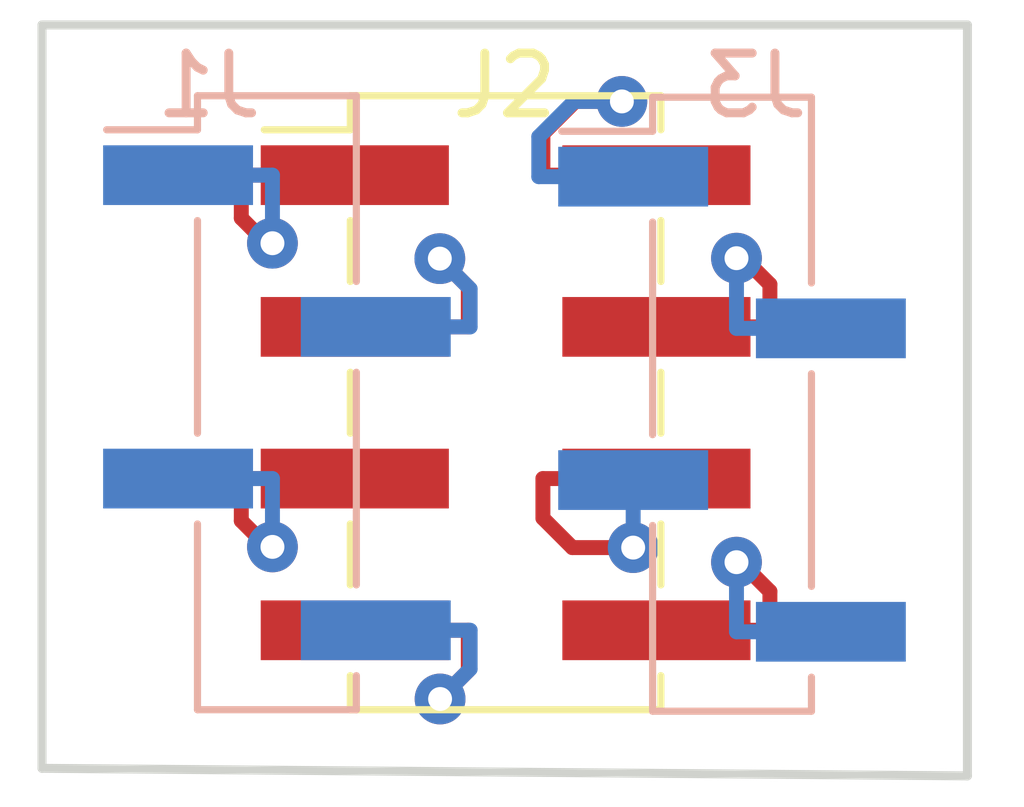
<source format=kicad_pcb>
(kicad_pcb (version 4) (host pcbnew 4.0.7-e2-6376~58~ubuntu16.04.1)

  (general
    (links 8)
    (no_connects 0)
    (area 148.446618 98.186142 165.751382 111.871858)
    (thickness 1.6)
    (drawings 4)
    (tracks 58)
    (zones 0)
    (modules 3)
    (nets 9)
  )

  (page A4)
  (layers
    (0 F.Cu signal)
    (31 B.Cu signal)
    (32 B.Adhes user)
    (33 F.Adhes user)
    (34 B.Paste user)
    (35 F.Paste user)
    (36 B.SilkS user)
    (37 F.SilkS user)
    (38 B.Mask user)
    (39 F.Mask user)
    (40 Dwgs.User user)
    (41 Cmts.User user)
    (42 Eco1.User user)
    (43 Eco2.User user)
    (44 Edge.Cuts user)
    (45 Margin user)
    (46 B.CrtYd user)
    (47 F.CrtYd user)
    (48 B.Fab user)
    (49 F.Fab user)
  )

  (setup
    (last_trace_width 0.25)
    (trace_clearance 0.2)
    (zone_clearance 0.508)
    (zone_45_only no)
    (trace_min 0.2)
    (segment_width 0.2)
    (edge_width 0.15)
    (via_size 0.85)
    (via_drill 0.4)
    (via_min_size 0.4)
    (via_min_drill 0.3)
    (uvia_size 0.3)
    (uvia_drill 0.1)
    (uvias_allowed no)
    (uvia_min_size 0.2)
    (uvia_min_drill 0.1)
    (pcb_text_width 0.3)
    (pcb_text_size 1.5 1.5)
    (mod_edge_width 0.15)
    (mod_text_size 1 1)
    (mod_text_width 0.15)
    (pad_size 1.524 1.524)
    (pad_drill 0.762)
    (pad_to_mask_clearance 0.2)
    (aux_axis_origin 0 0)
    (visible_elements FFFFFF7F)
    (pcbplotparams
      (layerselection 0x010f0_80000001)
      (usegerberextensions true)
      (excludeedgelayer true)
      (linewidth 0.100000)
      (plotframeref false)
      (viasonmask false)
      (mode 1)
      (useauxorigin false)
      (hpglpennumber 1)
      (hpglpenspeed 20)
      (hpglpendiameter 15)
      (hpglpenoverlay 2)
      (psnegative false)
      (psa4output false)
      (plotreference true)
      (plotvalue true)
      (plotinvisibletext false)
      (padsonsilk false)
      (subtractmaskfromsilk false)
      (outputformat 1)
      (mirror false)
      (drillshape 0)
      (scaleselection 1)
      (outputdirectory r_02x04_2.54_gerber/))
  )

  (net 0 "")
  (net 1 "Net-(J1-Pad2)")
  (net 2 "Net-(J1-Pad4)")
  (net 3 "Net-(J1-Pad1)")
  (net 4 "Net-(J1-Pad3)")
  (net 5 "Net-(J2-Pad2)")
  (net 6 "Net-(J2-Pad4)")
  (net 7 "Net-(J2-Pad6)")
  (net 8 "Net-(J2-Pad8)")

  (net_class Default "This is the default net class."
    (clearance 0.2)
    (trace_width 0.25)
    (via_dia 0.85)
    (via_drill 0.4)
    (uvia_dia 0.3)
    (uvia_drill 0.1)
    (add_net "Net-(J1-Pad1)")
    (add_net "Net-(J1-Pad2)")
    (add_net "Net-(J1-Pad3)")
    (add_net "Net-(J1-Pad4)")
    (add_net "Net-(J2-Pad2)")
    (add_net "Net-(J2-Pad4)")
    (add_net "Net-(J2-Pad6)")
    (add_net "Net-(J2-Pad8)")
  )

  (module Pin_Headers:Pin_Header_Straight_1x04_Pitch2.54mm_SMD_Pin1Right (layer B.Cu) (tedit 59650532) (tstamp 5A58E31F)
    (at 153.158 105.004 180)
    (descr "surface-mounted straight pin header, 1x04, 2.54mm pitch, single row, style 2 (pin 1 right)")
    (tags "Surface mounted pin header SMD 1x04 2.54mm single row style2 pin1 right")
    (path /5A4CFF8B)
    (attr smd)
    (fp_text reference J1 (at 1.139 5.3086 180) (layer B.SilkS)
      (effects (font (size 1 1) (thickness 0.15)) (justify mirror))
    )
    (fp_text value Conn_01x04_Odd (at 3.679 -0.2794 270) (layer B.Fab)
      (effects (font (size 1 1) (thickness 0.15)) (justify mirror))
    )
    (fp_line (start 1.27 -5.08) (end -1.27 -5.08) (layer B.Fab) (width 0.1))
    (fp_line (start -1.27 5.08) (end 0.32 5.08) (layer B.Fab) (width 0.1))
    (fp_line (start 1.27 -5.08) (end 1.27 4.13) (layer B.Fab) (width 0.1))
    (fp_line (start 1.27 4.13) (end 0.32 5.08) (layer B.Fab) (width 0.1))
    (fp_line (start -1.27 5.08) (end -1.27 -5.08) (layer B.Fab) (width 0.1))
    (fp_line (start -1.27 1.59) (end -2.54 1.59) (layer B.Fab) (width 0.1))
    (fp_line (start -2.54 1.59) (end -2.54 0.95) (layer B.Fab) (width 0.1))
    (fp_line (start -2.54 0.95) (end -1.27 0.95) (layer B.Fab) (width 0.1))
    (fp_line (start -1.27 -3.49) (end -2.54 -3.49) (layer B.Fab) (width 0.1))
    (fp_line (start -2.54 -3.49) (end -2.54 -4.13) (layer B.Fab) (width 0.1))
    (fp_line (start -2.54 -4.13) (end -1.27 -4.13) (layer B.Fab) (width 0.1))
    (fp_line (start 1.27 4.13) (end 2.54 4.13) (layer B.Fab) (width 0.1))
    (fp_line (start 2.54 4.13) (end 2.54 3.49) (layer B.Fab) (width 0.1))
    (fp_line (start 2.54 3.49) (end 1.27 3.49) (layer B.Fab) (width 0.1))
    (fp_line (start 1.27 -0.95) (end 2.54 -0.95) (layer B.Fab) (width 0.1))
    (fp_line (start 2.54 -0.95) (end 2.54 -1.59) (layer B.Fab) (width 0.1))
    (fp_line (start 2.54 -1.59) (end 1.27 -1.59) (layer B.Fab) (width 0.1))
    (fp_line (start -1.33 5.14) (end 1.33 5.14) (layer B.SilkS) (width 0.12))
    (fp_line (start -1.33 -5.14) (end 1.33 -5.14) (layer B.SilkS) (width 0.12))
    (fp_line (start 1.33 3.05) (end 1.33 -0.51) (layer B.SilkS) (width 0.12))
    (fp_line (start 1.33 -2.03) (end 1.33 -5.14) (layer B.SilkS) (width 0.12))
    (fp_line (start -1.33 5.14) (end -1.33 2.03) (layer B.SilkS) (width 0.12))
    (fp_line (start 1.33 4.57) (end 2.85 4.57) (layer B.SilkS) (width 0.12))
    (fp_line (start 1.33 5.14) (end 1.33 4.57) (layer B.SilkS) (width 0.12))
    (fp_line (start -1.33 -4.57) (end -1.33 -5.14) (layer B.SilkS) (width 0.12))
    (fp_line (start -1.33 0.51) (end -1.33 -3.05) (layer B.SilkS) (width 0.12))
    (fp_line (start -3.45 5.6) (end -3.45 -5.6) (layer B.CrtYd) (width 0.05))
    (fp_line (start -3.45 -5.6) (end 3.45 -5.6) (layer B.CrtYd) (width 0.05))
    (fp_line (start 3.45 -5.6) (end 3.45 5.6) (layer B.CrtYd) (width 0.05))
    (fp_line (start 3.45 5.6) (end -3.45 5.6) (layer B.CrtYd) (width 0.05))
    (fp_text user %R (at 0 0 450) (layer B.Fab)
      (effects (font (size 1 1) (thickness 0.15)) (justify mirror))
    )
    (pad 2 smd rect (at -1.655 1.27 180) (size 2.51 1) (layers B.Cu B.Paste B.Mask)
      (net 1 "Net-(J1-Pad2)"))
    (pad 4 smd rect (at -1.655 -3.81 180) (size 2.51 1) (layers B.Cu B.Paste B.Mask)
      (net 2 "Net-(J1-Pad4)"))
    (pad 1 smd rect (at 1.655 3.81 180) (size 2.51 1) (layers B.Cu B.Paste B.Mask)
      (net 3 "Net-(J1-Pad1)"))
    (pad 3 smd rect (at 1.655 -1.27 180) (size 2.51 1) (layers B.Cu B.Paste B.Mask)
      (net 4 "Net-(J1-Pad3)"))
    (model ${KISYS3DMOD}/Pin_Headers.3dshapes/Pin_Header_Straight_1x04_Pitch2.54mm_SMD_Pin1Right.wrl
      (at (xyz 0 0 0))
      (scale (xyz 1 1 1))
      (rotate (xyz 0 0 0))
    )
  )

  (module Pin_Headers:Pin_Header_Straight_2x04_Pitch2.54mm_SMD (layer F.Cu) (tedit 59650532) (tstamp 5A58E32B)
    (at 156.987 105.004)
    (descr "surface-mounted straight pin header, 2x04, 2.54mm pitch, double rows")
    (tags "Surface mounted pin header SMD 2x04 2.54mm double row")
    (path /5A4CFE8B)
    (attr smd)
    (fp_text reference J2 (at -0.015 -5.3086) (layer F.SilkS)
      (effects (font (size 1 1) (thickness 0.15)))
    )
    (fp_text value Conn_02x04_Odd_Even (at 0.112 5.3594) (layer F.Fab)
      (effects (font (size 1 1) (thickness 0.15)))
    )
    (fp_line (start 2.54 5.08) (end -2.54 5.08) (layer F.Fab) (width 0.1))
    (fp_line (start -1.59 -5.08) (end 2.54 -5.08) (layer F.Fab) (width 0.1))
    (fp_line (start -2.54 5.08) (end -2.54 -4.13) (layer F.Fab) (width 0.1))
    (fp_line (start -2.54 -4.13) (end -1.59 -5.08) (layer F.Fab) (width 0.1))
    (fp_line (start 2.54 -5.08) (end 2.54 5.08) (layer F.Fab) (width 0.1))
    (fp_line (start -2.54 -4.13) (end -3.6 -4.13) (layer F.Fab) (width 0.1))
    (fp_line (start -3.6 -4.13) (end -3.6 -3.49) (layer F.Fab) (width 0.1))
    (fp_line (start -3.6 -3.49) (end -2.54 -3.49) (layer F.Fab) (width 0.1))
    (fp_line (start 2.54 -4.13) (end 3.6 -4.13) (layer F.Fab) (width 0.1))
    (fp_line (start 3.6 -4.13) (end 3.6 -3.49) (layer F.Fab) (width 0.1))
    (fp_line (start 3.6 -3.49) (end 2.54 -3.49) (layer F.Fab) (width 0.1))
    (fp_line (start -2.54 -1.59) (end -3.6 -1.59) (layer F.Fab) (width 0.1))
    (fp_line (start -3.6 -1.59) (end -3.6 -0.95) (layer F.Fab) (width 0.1))
    (fp_line (start -3.6 -0.95) (end -2.54 -0.95) (layer F.Fab) (width 0.1))
    (fp_line (start 2.54 -1.59) (end 3.6 -1.59) (layer F.Fab) (width 0.1))
    (fp_line (start 3.6 -1.59) (end 3.6 -0.95) (layer F.Fab) (width 0.1))
    (fp_line (start 3.6 -0.95) (end 2.54 -0.95) (layer F.Fab) (width 0.1))
    (fp_line (start -2.54 0.95) (end -3.6 0.95) (layer F.Fab) (width 0.1))
    (fp_line (start -3.6 0.95) (end -3.6 1.59) (layer F.Fab) (width 0.1))
    (fp_line (start -3.6 1.59) (end -2.54 1.59) (layer F.Fab) (width 0.1))
    (fp_line (start 2.54 0.95) (end 3.6 0.95) (layer F.Fab) (width 0.1))
    (fp_line (start 3.6 0.95) (end 3.6 1.59) (layer F.Fab) (width 0.1))
    (fp_line (start 3.6 1.59) (end 2.54 1.59) (layer F.Fab) (width 0.1))
    (fp_line (start -2.54 3.49) (end -3.6 3.49) (layer F.Fab) (width 0.1))
    (fp_line (start -3.6 3.49) (end -3.6 4.13) (layer F.Fab) (width 0.1))
    (fp_line (start -3.6 4.13) (end -2.54 4.13) (layer F.Fab) (width 0.1))
    (fp_line (start 2.54 3.49) (end 3.6 3.49) (layer F.Fab) (width 0.1))
    (fp_line (start 3.6 3.49) (end 3.6 4.13) (layer F.Fab) (width 0.1))
    (fp_line (start 3.6 4.13) (end 2.54 4.13) (layer F.Fab) (width 0.1))
    (fp_line (start -2.6 -5.14) (end 2.6 -5.14) (layer F.SilkS) (width 0.12))
    (fp_line (start -2.6 5.14) (end 2.6 5.14) (layer F.SilkS) (width 0.12))
    (fp_line (start -4.04 -4.57) (end -2.6 -4.57) (layer F.SilkS) (width 0.12))
    (fp_line (start -2.6 -5.14) (end -2.6 -4.57) (layer F.SilkS) (width 0.12))
    (fp_line (start 2.6 -5.14) (end 2.6 -4.57) (layer F.SilkS) (width 0.12))
    (fp_line (start -2.6 4.57) (end -2.6 5.14) (layer F.SilkS) (width 0.12))
    (fp_line (start 2.6 4.57) (end 2.6 5.14) (layer F.SilkS) (width 0.12))
    (fp_line (start -2.6 -3.05) (end -2.6 -2.03) (layer F.SilkS) (width 0.12))
    (fp_line (start 2.6 -3.05) (end 2.6 -2.03) (layer F.SilkS) (width 0.12))
    (fp_line (start -2.6 -0.51) (end -2.6 0.51) (layer F.SilkS) (width 0.12))
    (fp_line (start 2.6 -0.51) (end 2.6 0.51) (layer F.SilkS) (width 0.12))
    (fp_line (start -2.6 2.03) (end -2.6 3.05) (layer F.SilkS) (width 0.12))
    (fp_line (start 2.6 2.03) (end 2.6 3.05) (layer F.SilkS) (width 0.12))
    (fp_line (start -5.9 -5.6) (end -5.9 5.6) (layer F.CrtYd) (width 0.05))
    (fp_line (start -5.9 5.6) (end 5.9 5.6) (layer F.CrtYd) (width 0.05))
    (fp_line (start 5.9 5.6) (end 5.9 -5.6) (layer F.CrtYd) (width 0.05))
    (fp_line (start 5.9 -5.6) (end -5.9 -5.6) (layer F.CrtYd) (width 0.05))
    (fp_text user %R (at 0 0 90) (layer F.Fab)
      (effects (font (size 1 1) (thickness 0.15)))
    )
    (pad 1 smd rect (at -2.525 -3.81) (size 3.15 1) (layers F.Cu F.Paste F.Mask)
      (net 3 "Net-(J1-Pad1)"))
    (pad 2 smd rect (at 2.525 -3.81) (size 3.15 1) (layers F.Cu F.Paste F.Mask)
      (net 5 "Net-(J2-Pad2)"))
    (pad 3 smd rect (at -2.525 -1.27) (size 3.15 1) (layers F.Cu F.Paste F.Mask)
      (net 1 "Net-(J1-Pad2)"))
    (pad 4 smd rect (at 2.525 -1.27) (size 3.15 1) (layers F.Cu F.Paste F.Mask)
      (net 6 "Net-(J2-Pad4)"))
    (pad 5 smd rect (at -2.525 1.27) (size 3.15 1) (layers F.Cu F.Paste F.Mask)
      (net 4 "Net-(J1-Pad3)"))
    (pad 6 smd rect (at 2.525 1.27) (size 3.15 1) (layers F.Cu F.Paste F.Mask)
      (net 7 "Net-(J2-Pad6)"))
    (pad 7 smd rect (at -2.525 3.81) (size 3.15 1) (layers F.Cu F.Paste F.Mask)
      (net 2 "Net-(J1-Pad4)"))
    (pad 8 smd rect (at 2.525 3.81) (size 3.15 1) (layers F.Cu F.Paste F.Mask)
      (net 8 "Net-(J2-Pad8)"))
    (model ${KISYS3DMOD}/Pin_Headers.3dshapes/Pin_Header_Straight_2x04_Pitch2.54mm_SMD.wrl
      (at (xyz 0 0 0))
      (scale (xyz 1 1 1))
      (rotate (xyz 0 0 0))
    )
  )

  (module Pin_Headers:Pin_Header_Straight_1x04_Pitch2.54mm_SMD_Pin1Right (layer B.Cu) (tedit 59650532) (tstamp 5A58E333)
    (at 160.778 105.029 180)
    (descr "surface-mounted straight pin header, 1x04, 2.54mm pitch, single row, style 2 (pin 1 right)")
    (tags "Surface mounted pin header SMD 1x04 2.54mm single row style2 pin1 right")
    (path /5A4CFF2C)
    (attr smd)
    (fp_text reference J3 (at -0.385 5.334 180) (layer B.SilkS)
      (effects (font (size 1 1) (thickness 0.15)) (justify mirror))
    )
    (fp_text value Conn_01x04_Even (at -3.306 0 270) (layer B.Fab)
      (effects (font (size 1 1) (thickness 0.15)) (justify mirror))
    )
    (fp_line (start 1.27 -5.08) (end -1.27 -5.08) (layer B.Fab) (width 0.1))
    (fp_line (start -1.27 5.08) (end 0.32 5.08) (layer B.Fab) (width 0.1))
    (fp_line (start 1.27 -5.08) (end 1.27 4.13) (layer B.Fab) (width 0.1))
    (fp_line (start 1.27 4.13) (end 0.32 5.08) (layer B.Fab) (width 0.1))
    (fp_line (start -1.27 5.08) (end -1.27 -5.08) (layer B.Fab) (width 0.1))
    (fp_line (start -1.27 1.59) (end -2.54 1.59) (layer B.Fab) (width 0.1))
    (fp_line (start -2.54 1.59) (end -2.54 0.95) (layer B.Fab) (width 0.1))
    (fp_line (start -2.54 0.95) (end -1.27 0.95) (layer B.Fab) (width 0.1))
    (fp_line (start -1.27 -3.49) (end -2.54 -3.49) (layer B.Fab) (width 0.1))
    (fp_line (start -2.54 -3.49) (end -2.54 -4.13) (layer B.Fab) (width 0.1))
    (fp_line (start -2.54 -4.13) (end -1.27 -4.13) (layer B.Fab) (width 0.1))
    (fp_line (start 1.27 4.13) (end 2.54 4.13) (layer B.Fab) (width 0.1))
    (fp_line (start 2.54 4.13) (end 2.54 3.49) (layer B.Fab) (width 0.1))
    (fp_line (start 2.54 3.49) (end 1.27 3.49) (layer B.Fab) (width 0.1))
    (fp_line (start 1.27 -0.95) (end 2.54 -0.95) (layer B.Fab) (width 0.1))
    (fp_line (start 2.54 -0.95) (end 2.54 -1.59) (layer B.Fab) (width 0.1))
    (fp_line (start 2.54 -1.59) (end 1.27 -1.59) (layer B.Fab) (width 0.1))
    (fp_line (start -1.33 5.14) (end 1.33 5.14) (layer B.SilkS) (width 0.12))
    (fp_line (start -1.33 -5.14) (end 1.33 -5.14) (layer B.SilkS) (width 0.12))
    (fp_line (start 1.33 3.05) (end 1.33 -0.51) (layer B.SilkS) (width 0.12))
    (fp_line (start 1.33 -2.03) (end 1.33 -5.14) (layer B.SilkS) (width 0.12))
    (fp_line (start -1.33 5.14) (end -1.33 2.03) (layer B.SilkS) (width 0.12))
    (fp_line (start 1.33 4.57) (end 2.85 4.57) (layer B.SilkS) (width 0.12))
    (fp_line (start 1.33 5.14) (end 1.33 4.57) (layer B.SilkS) (width 0.12))
    (fp_line (start -1.33 -4.57) (end -1.33 -5.14) (layer B.SilkS) (width 0.12))
    (fp_line (start -1.33 0.51) (end -1.33 -3.05) (layer B.SilkS) (width 0.12))
    (fp_line (start -3.45 5.6) (end -3.45 -5.6) (layer B.CrtYd) (width 0.05))
    (fp_line (start -3.45 -5.6) (end 3.45 -5.6) (layer B.CrtYd) (width 0.05))
    (fp_line (start 3.45 -5.6) (end 3.45 5.6) (layer B.CrtYd) (width 0.05))
    (fp_line (start 3.45 5.6) (end -3.45 5.6) (layer B.CrtYd) (width 0.05))
    (fp_text user %R (at 0 0 450) (layer B.Fab)
      (effects (font (size 1 1) (thickness 0.15)) (justify mirror))
    )
    (pad 2 smd rect (at -1.655 1.27 180) (size 2.51 1) (layers B.Cu B.Paste B.Mask)
      (net 6 "Net-(J2-Pad4)"))
    (pad 4 smd rect (at -1.655 -3.81 180) (size 2.51 1) (layers B.Cu B.Paste B.Mask)
      (net 8 "Net-(J2-Pad8)"))
    (pad 1 smd rect (at 1.655 3.81 180) (size 2.51 1) (layers B.Cu B.Paste B.Mask)
      (net 5 "Net-(J2-Pad2)"))
    (pad 3 smd rect (at 1.655 -1.27 180) (size 2.51 1) (layers B.Cu B.Paste B.Mask)
      (net 7 "Net-(J2-Pad6)"))
    (model ${KISYS3DMOD}/Pin_Headers.3dshapes/Pin_Header_Straight_1x04_Pitch2.54mm_SMD_Pin1Right.wrl
      (at (xyz 0 0 0))
      (scale (xyz 1 1 1))
      (rotate (xyz 0 0 0))
    )
  )

  (gr_line (start 149.225 111.125) (end 149.225 98.679) (layer Edge.Cuts) (width 0.15))
  (gr_line (start 164.719 111.252) (end 149.225 111.125) (layer Edge.Cuts) (width 0.15))
  (gr_line (start 164.719 98.679) (end 164.719 111.252) (layer Edge.Cuts) (width 0.15))
  (gr_line (start 149.225 98.679) (end 164.719 98.679) (layer Edge.Cuts) (width 0.15))

  (via (at 155.8857 102.5914) (size 0.85) (layers F.Cu B.Cu) (net 1))
  (segment (start 154.462 103.734) (end 156.3623 103.734) (width 0.25) (layer F.Cu) (net 1))
  (segment (start 154.813 103.734) (end 156.3933 103.734) (width 0.25) (layer B.Cu) (net 1))
  (segment (start 156.3933 103.099) (end 155.8857 102.5914) (width 0.25) (layer B.Cu) (net 1))
  (segment (start 156.3933 103.734) (end 156.3933 103.099) (width 0.25) (layer B.Cu) (net 1))
  (segment (start 156.3623 103.068) (end 155.8857 102.5914) (width 0.25) (layer F.Cu) (net 1))
  (segment (start 156.3623 103.734) (end 156.3623 103.068) (width 0.25) (layer F.Cu) (net 1))
  (via (at 155.89 109.9645) (size 0.85) (layers F.Cu B.Cu) (net 2))
  (segment (start 154.462 108.814) (end 156.3623 108.814) (width 0.25) (layer F.Cu) (net 2))
  (segment (start 154.813 108.814) (end 156.3933 108.814) (width 0.25) (layer B.Cu) (net 2))
  (segment (start 156.3933 109.4612) (end 155.89 109.9645) (width 0.25) (layer B.Cu) (net 2))
  (segment (start 156.3933 108.814) (end 156.3933 109.4612) (width 0.25) (layer B.Cu) (net 2))
  (segment (start 156.3623 109.4922) (end 155.89 109.9645) (width 0.25) (layer F.Cu) (net 2))
  (segment (start 156.3623 108.814) (end 156.3623 109.4922) (width 0.25) (layer F.Cu) (net 2))
  (via (at 153.0833 102.3334) (size 0.85) (layers F.Cu B.Cu) (net 3))
  (segment (start 151.503 101.194) (end 153.0833 101.194) (width 0.25) (layer B.Cu) (net 3))
  (segment (start 154.462 101.194) (end 152.5617 101.194) (width 0.25) (layer F.Cu) (net 3))
  (segment (start 153.0833 101.194) (end 153.0833 102.3334) (width 0.25) (layer B.Cu) (net 3))
  (segment (start 152.9816 102.3334) (end 153.0833 102.3334) (width 0.25) (layer F.Cu) (net 3))
  (segment (start 152.5617 101.9135) (end 152.9816 102.3334) (width 0.25) (layer F.Cu) (net 3))
  (segment (start 152.5617 101.194) (end 152.5617 101.9135) (width 0.25) (layer F.Cu) (net 3))
  (via (at 153.0833 107.4178) (size 0.85) (layers F.Cu B.Cu) (net 4))
  (segment (start 151.503 106.274) (end 153.0833 106.274) (width 0.25) (layer B.Cu) (net 4))
  (segment (start 154.462 106.274) (end 152.5617 106.274) (width 0.25) (layer F.Cu) (net 4))
  (segment (start 153.0833 106.274) (end 153.0833 107.4178) (width 0.25) (layer B.Cu) (net 4))
  (segment (start 152.9984 107.4178) (end 153.0833 107.4178) (width 0.25) (layer F.Cu) (net 4))
  (segment (start 152.5617 106.9811) (end 152.9984 107.4178) (width 0.25) (layer F.Cu) (net 4))
  (segment (start 152.5617 106.274) (end 152.5617 106.9811) (width 0.25) (layer F.Cu) (net 4))
  (via (at 158.9338 99.9591) (size 0.85) (layers F.Cu B.Cu) (net 5))
  (segment (start 158.9338 99.9592) (end 158.9338 99.9591) (width 0.25) (layer B.Cu) (net 5))
  (segment (start 158.1333 99.9592) (end 158.9338 99.9592) (width 0.25) (layer B.Cu) (net 5))
  (segment (start 157.5427 100.5498) (end 158.1333 99.9592) (width 0.25) (layer B.Cu) (net 5))
  (segment (start 157.5427 101.219) (end 157.5427 100.5498) (width 0.25) (layer B.Cu) (net 5))
  (segment (start 158.1519 99.9591) (end 158.9338 99.9591) (width 0.25) (layer F.Cu) (net 5))
  (segment (start 157.6117 100.4993) (end 158.1519 99.9591) (width 0.25) (layer F.Cu) (net 5))
  (segment (start 157.6117 101.194) (end 157.6117 100.4993) (width 0.25) (layer F.Cu) (net 5))
  (segment (start 159.512 101.194) (end 157.6117 101.194) (width 0.25) (layer F.Cu) (net 5))
  (segment (start 159.123 101.219) (end 157.5427 101.219) (width 0.25) (layer B.Cu) (net 5))
  (via (at 160.8527 102.5841) (size 0.85) (layers F.Cu B.Cu) (net 6))
  (segment (start 162.433 103.759) (end 160.8527 103.759) (width 0.25) (layer B.Cu) (net 6))
  (segment (start 159.512 103.734) (end 161.4123 103.734) (width 0.25) (layer F.Cu) (net 6))
  (segment (start 160.8527 103.759) (end 160.8527 102.5841) (width 0.25) (layer B.Cu) (net 6))
  (segment (start 160.9743 102.5841) (end 160.8527 102.5841) (width 0.25) (layer F.Cu) (net 6))
  (segment (start 161.4123 103.0221) (end 160.9743 102.5841) (width 0.25) (layer F.Cu) (net 6))
  (segment (start 161.4123 103.734) (end 161.4123 103.0221) (width 0.25) (layer F.Cu) (net 6))
  (via (at 159.123 107.4297) (size 0.85) (layers F.Cu B.Cu) (net 7))
  (segment (start 159.512 106.274) (end 157.6117 106.274) (width 0.25) (layer F.Cu) (net 7))
  (segment (start 159.123 106.299) (end 159.123 107.4297) (width 0.25) (layer B.Cu) (net 7))
  (segment (start 158.1047 107.4297) (end 159.123 107.4297) (width 0.25) (layer F.Cu) (net 7))
  (segment (start 157.6117 106.9367) (end 158.1047 107.4297) (width 0.25) (layer F.Cu) (net 7))
  (segment (start 157.6117 106.274) (end 157.6117 106.9367) (width 0.25) (layer F.Cu) (net 7))
  (via (at 160.8527 107.6739) (size 0.85) (layers F.Cu B.Cu) (net 8))
  (segment (start 162.433 108.839) (end 160.8527 108.839) (width 0.25) (layer B.Cu) (net 8))
  (segment (start 160.8527 107.6739) (end 160.8527 108.839) (width 0.25) (layer B.Cu) (net 8))
  (segment (start 160.9234 107.6739) (end 160.8527 107.6739) (width 0.25) (layer F.Cu) (net 8))
  (segment (start 161.4123 108.1628) (end 160.9234 107.6739) (width 0.25) (layer F.Cu) (net 8))
  (segment (start 161.4123 108.814) (end 161.4123 108.1628) (width 0.25) (layer F.Cu) (net 8))
  (segment (start 159.512 108.814) (end 161.4123 108.814) (width 0.25) (layer F.Cu) (net 8))

)

</source>
